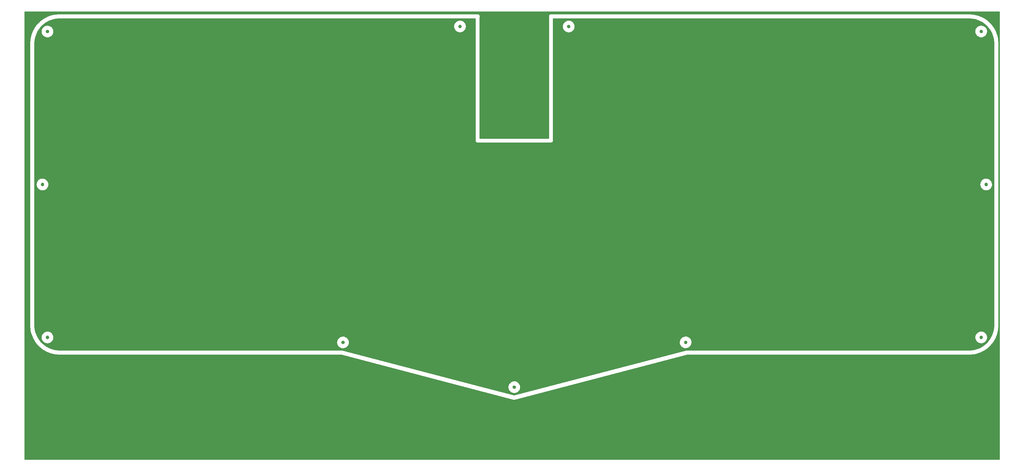
<source format=gbr>
G04 #@! TF.GenerationSoftware,KiCad,Pcbnew,(5.1.0)-1*
G04 #@! TF.CreationDate,2019-06-28T01:05:22+08:00*
G04 #@! TF.ProjectId,Kamaitachi_BottomPlate,4b616d61-6974-4616-9368-695f426f7474,rev?*
G04 #@! TF.SameCoordinates,Original*
G04 #@! TF.FileFunction,Copper,L2,Bot*
G04 #@! TF.FilePolarity,Positive*
%FSLAX46Y46*%
G04 Gerber Fmt 4.6, Leading zero omitted, Abs format (unit mm)*
G04 Created by KiCad (PCBNEW (5.1.0)-1) date 2019-06-28 01:05:22*
%MOMM*%
%LPD*%
G04 APERTURE LIST*
%ADD10C,0.254000*%
G04 APERTURE END LIST*
D10*
G36*
X297530500Y-160608050D02*
G01*
X10842670Y-160608050D01*
X10842670Y-121146743D01*
X12266094Y-121146743D01*
X12266379Y-121149636D01*
X12267105Y-121242071D01*
X12268465Y-121259355D01*
X12268193Y-121276686D01*
X12269823Y-121299718D01*
X12367329Y-122425536D01*
X12373650Y-122465444D01*
X12378711Y-122505506D01*
X12383571Y-122528079D01*
X12638734Y-123628926D01*
X12650610Y-123667528D01*
X12661270Y-123706495D01*
X12669261Y-123728158D01*
X13076989Y-124782069D01*
X13094192Y-124818627D01*
X13110230Y-124855688D01*
X13121194Y-124876009D01*
X13673351Y-125861958D01*
X13695528Y-125895719D01*
X13716634Y-125930160D01*
X13730352Y-125948734D01*
X14415922Y-126847045D01*
X14442635Y-126877345D01*
X14468383Y-126908469D01*
X14484581Y-126924924D01*
X15289886Y-127717677D01*
X15320599Y-127743908D01*
X15350477Y-127771095D01*
X15368832Y-127785103D01*
X16277802Y-128456478D01*
X16311920Y-128478130D01*
X16345316Y-128500826D01*
X16365461Y-128512108D01*
X17359960Y-129048711D01*
X17396786Y-129065339D01*
X17433050Y-129083104D01*
X17454584Y-129091436D01*
X18514770Y-129482559D01*
X18553577Y-129493834D01*
X18591976Y-129506310D01*
X18614469Y-129511524D01*
X19719188Y-129749364D01*
X19759180Y-129755055D01*
X19798970Y-129762000D01*
X19821974Y-129763993D01*
X20939134Y-129843092D01*
X20964990Y-129845639D01*
X103925000Y-129845639D01*
X154532852Y-143099449D01*
X154539972Y-143102726D01*
X154602791Y-143117765D01*
X154630220Y-143124949D01*
X154637917Y-143126175D01*
X154680776Y-143136436D01*
X154709238Y-143137536D01*
X154737372Y-143142018D01*
X154781414Y-143140327D01*
X154825449Y-143142029D01*
X154853581Y-143137555D01*
X154882047Y-143136462D01*
X154924910Y-143126212D01*
X154932605Y-143124988D01*
X154960026Y-143117814D01*
X155022860Y-143102788D01*
X155029983Y-143099512D01*
X205690723Y-129845639D01*
X288650400Y-129845639D01*
X288653282Y-129845355D01*
X288745727Y-129844629D01*
X288763011Y-129843269D01*
X288780342Y-129843541D01*
X288803374Y-129841911D01*
X289929192Y-129744405D01*
X289969100Y-129738084D01*
X290009162Y-129733023D01*
X290031735Y-129728163D01*
X291132582Y-129473000D01*
X291171187Y-129461123D01*
X291210151Y-129450464D01*
X291231814Y-129442473D01*
X292285726Y-129034745D01*
X292322277Y-129017545D01*
X292359346Y-129001504D01*
X292379666Y-128990540D01*
X293365614Y-128438383D01*
X293399372Y-128416208D01*
X293433817Y-128395100D01*
X293452390Y-128381382D01*
X294350703Y-127695811D01*
X294381005Y-127669096D01*
X294412126Y-127643350D01*
X294428581Y-127627152D01*
X295221332Y-126821848D01*
X295247560Y-126791140D01*
X295274751Y-126761257D01*
X295288759Y-126742902D01*
X295960135Y-125833932D01*
X295981781Y-125799823D01*
X296004483Y-125766418D01*
X296015766Y-125746272D01*
X296552368Y-124751773D01*
X296568994Y-124714951D01*
X296586761Y-124678683D01*
X296595093Y-124657149D01*
X296986216Y-123596963D01*
X296997491Y-123558156D01*
X297009967Y-123519757D01*
X297015181Y-123497264D01*
X297253021Y-122392545D01*
X297258712Y-122352553D01*
X297265657Y-122312763D01*
X297267650Y-122289759D01*
X297346752Y-121172567D01*
X297349295Y-121146744D01*
X297349295Y-38008234D01*
X297349011Y-38005352D01*
X297348285Y-37912907D01*
X297346925Y-37895623D01*
X297347197Y-37878292D01*
X297345567Y-37855260D01*
X297248061Y-36729443D01*
X297241741Y-36689539D01*
X297236679Y-36649472D01*
X297231819Y-36626899D01*
X296976656Y-35526052D01*
X296964782Y-35487455D01*
X296954120Y-35448482D01*
X296946128Y-35426820D01*
X296538401Y-34372909D01*
X296521201Y-34336358D01*
X296505160Y-34299289D01*
X296494196Y-34278969D01*
X295942039Y-33293020D01*
X295919864Y-33259262D01*
X295898756Y-33224817D01*
X295885038Y-33206244D01*
X295199468Y-32307932D01*
X295172744Y-32277619D01*
X295147008Y-32246510D01*
X295130810Y-32230055D01*
X294325504Y-31437301D01*
X294294775Y-31411056D01*
X294264912Y-31383883D01*
X294246557Y-31369874D01*
X293337588Y-30698500D01*
X293303484Y-30676857D01*
X293270074Y-30654152D01*
X293249928Y-30642869D01*
X292255430Y-30106267D01*
X292218616Y-30089645D01*
X292182341Y-30071874D01*
X292160806Y-30063542D01*
X291100620Y-29672419D01*
X291061824Y-29661148D01*
X291023414Y-29648668D01*
X291000921Y-29643454D01*
X289896202Y-29405614D01*
X289856210Y-29399923D01*
X289816420Y-29392978D01*
X289793416Y-29390985D01*
X288676256Y-29311886D01*
X288650400Y-29309339D01*
X165578190Y-29309339D01*
X165470210Y-29319974D01*
X165331662Y-29362002D01*
X165203975Y-29430252D01*
X165092057Y-29522101D01*
X165000208Y-29634019D01*
X164931958Y-29761706D01*
X164889930Y-29900254D01*
X164875739Y-30044339D01*
X164889930Y-30188424D01*
X164931958Y-30326972D01*
X164954295Y-30368762D01*
X164954296Y-66015280D01*
X144661095Y-66015280D01*
X144661095Y-30368762D01*
X144683432Y-30326972D01*
X144725460Y-30188424D01*
X144739651Y-30044339D01*
X144725460Y-29900254D01*
X144683432Y-29761706D01*
X144615182Y-29634019D01*
X144523333Y-29522101D01*
X144411415Y-29430252D01*
X144283728Y-29362002D01*
X144145180Y-29319974D01*
X144037200Y-29309339D01*
X20964990Y-29309339D01*
X20962108Y-29309623D01*
X20869663Y-29310349D01*
X20852379Y-29311709D01*
X20835048Y-29311437D01*
X20812016Y-29313067D01*
X19686199Y-29410573D01*
X19646299Y-29416893D01*
X19606227Y-29421955D01*
X19583655Y-29426815D01*
X18482809Y-29681978D01*
X18444196Y-29693857D01*
X18405241Y-29704514D01*
X18383578Y-29712505D01*
X17329665Y-30120232D01*
X17293104Y-30137437D01*
X17256045Y-30153473D01*
X17235724Y-30164437D01*
X16249777Y-30716594D01*
X16216010Y-30738775D01*
X16181575Y-30759877D01*
X16163002Y-30773595D01*
X15264688Y-31459166D01*
X15234386Y-31485881D01*
X15203265Y-31511627D01*
X15186810Y-31527825D01*
X14394058Y-32333129D01*
X14367812Y-32363859D01*
X14340641Y-32393720D01*
X14326632Y-32412075D01*
X13655256Y-33321044D01*
X13633610Y-33355153D01*
X13610908Y-33388558D01*
X13599625Y-33408704D01*
X13063022Y-34403204D01*
X13046397Y-34440026D01*
X13028630Y-34476292D01*
X13020298Y-34497827D01*
X12629175Y-35558012D01*
X12617904Y-35596808D01*
X12605424Y-35635218D01*
X12600210Y-35657711D01*
X12362370Y-36762430D01*
X12356679Y-36802422D01*
X12349734Y-36842212D01*
X12347741Y-36865216D01*
X12268641Y-37982383D01*
X12266095Y-38008234D01*
X12266094Y-121146743D01*
X10842670Y-121146743D01*
X10842670Y-28702120D01*
X297530500Y-28702120D01*
X297530500Y-160608050D01*
X297530500Y-160608050D01*
G37*
X297530500Y-160608050D02*
X10842670Y-160608050D01*
X10842670Y-121146743D01*
X12266094Y-121146743D01*
X12266379Y-121149636D01*
X12267105Y-121242071D01*
X12268465Y-121259355D01*
X12268193Y-121276686D01*
X12269823Y-121299718D01*
X12367329Y-122425536D01*
X12373650Y-122465444D01*
X12378711Y-122505506D01*
X12383571Y-122528079D01*
X12638734Y-123628926D01*
X12650610Y-123667528D01*
X12661270Y-123706495D01*
X12669261Y-123728158D01*
X13076989Y-124782069D01*
X13094192Y-124818627D01*
X13110230Y-124855688D01*
X13121194Y-124876009D01*
X13673351Y-125861958D01*
X13695528Y-125895719D01*
X13716634Y-125930160D01*
X13730352Y-125948734D01*
X14415922Y-126847045D01*
X14442635Y-126877345D01*
X14468383Y-126908469D01*
X14484581Y-126924924D01*
X15289886Y-127717677D01*
X15320599Y-127743908D01*
X15350477Y-127771095D01*
X15368832Y-127785103D01*
X16277802Y-128456478D01*
X16311920Y-128478130D01*
X16345316Y-128500826D01*
X16365461Y-128512108D01*
X17359960Y-129048711D01*
X17396786Y-129065339D01*
X17433050Y-129083104D01*
X17454584Y-129091436D01*
X18514770Y-129482559D01*
X18553577Y-129493834D01*
X18591976Y-129506310D01*
X18614469Y-129511524D01*
X19719188Y-129749364D01*
X19759180Y-129755055D01*
X19798970Y-129762000D01*
X19821974Y-129763993D01*
X20939134Y-129843092D01*
X20964990Y-129845639D01*
X103925000Y-129845639D01*
X154532852Y-143099449D01*
X154539972Y-143102726D01*
X154602791Y-143117765D01*
X154630220Y-143124949D01*
X154637917Y-143126175D01*
X154680776Y-143136436D01*
X154709238Y-143137536D01*
X154737372Y-143142018D01*
X154781414Y-143140327D01*
X154825449Y-143142029D01*
X154853581Y-143137555D01*
X154882047Y-143136462D01*
X154924910Y-143126212D01*
X154932605Y-143124988D01*
X154960026Y-143117814D01*
X155022860Y-143102788D01*
X155029983Y-143099512D01*
X205690723Y-129845639D01*
X288650400Y-129845639D01*
X288653282Y-129845355D01*
X288745727Y-129844629D01*
X288763011Y-129843269D01*
X288780342Y-129843541D01*
X288803374Y-129841911D01*
X289929192Y-129744405D01*
X289969100Y-129738084D01*
X290009162Y-129733023D01*
X290031735Y-129728163D01*
X291132582Y-129473000D01*
X291171187Y-129461123D01*
X291210151Y-129450464D01*
X291231814Y-129442473D01*
X292285726Y-129034745D01*
X292322277Y-129017545D01*
X292359346Y-129001504D01*
X292379666Y-128990540D01*
X293365614Y-128438383D01*
X293399372Y-128416208D01*
X293433817Y-128395100D01*
X293452390Y-128381382D01*
X294350703Y-127695811D01*
X294381005Y-127669096D01*
X294412126Y-127643350D01*
X294428581Y-127627152D01*
X295221332Y-126821848D01*
X295247560Y-126791140D01*
X295274751Y-126761257D01*
X295288759Y-126742902D01*
X295960135Y-125833932D01*
X295981781Y-125799823D01*
X296004483Y-125766418D01*
X296015766Y-125746272D01*
X296552368Y-124751773D01*
X296568994Y-124714951D01*
X296586761Y-124678683D01*
X296595093Y-124657149D01*
X296986216Y-123596963D01*
X296997491Y-123558156D01*
X297009967Y-123519757D01*
X297015181Y-123497264D01*
X297253021Y-122392545D01*
X297258712Y-122352553D01*
X297265657Y-122312763D01*
X297267650Y-122289759D01*
X297346752Y-121172567D01*
X297349295Y-121146744D01*
X297349295Y-38008234D01*
X297349011Y-38005352D01*
X297348285Y-37912907D01*
X297346925Y-37895623D01*
X297347197Y-37878292D01*
X297345567Y-37855260D01*
X297248061Y-36729443D01*
X297241741Y-36689539D01*
X297236679Y-36649472D01*
X297231819Y-36626899D01*
X296976656Y-35526052D01*
X296964782Y-35487455D01*
X296954120Y-35448482D01*
X296946128Y-35426820D01*
X296538401Y-34372909D01*
X296521201Y-34336358D01*
X296505160Y-34299289D01*
X296494196Y-34278969D01*
X295942039Y-33293020D01*
X295919864Y-33259262D01*
X295898756Y-33224817D01*
X295885038Y-33206244D01*
X295199468Y-32307932D01*
X295172744Y-32277619D01*
X295147008Y-32246510D01*
X295130810Y-32230055D01*
X294325504Y-31437301D01*
X294294775Y-31411056D01*
X294264912Y-31383883D01*
X294246557Y-31369874D01*
X293337588Y-30698500D01*
X293303484Y-30676857D01*
X293270074Y-30654152D01*
X293249928Y-30642869D01*
X292255430Y-30106267D01*
X292218616Y-30089645D01*
X292182341Y-30071874D01*
X292160806Y-30063542D01*
X291100620Y-29672419D01*
X291061824Y-29661148D01*
X291023414Y-29648668D01*
X291000921Y-29643454D01*
X289896202Y-29405614D01*
X289856210Y-29399923D01*
X289816420Y-29392978D01*
X289793416Y-29390985D01*
X288676256Y-29311886D01*
X288650400Y-29309339D01*
X165578190Y-29309339D01*
X165470210Y-29319974D01*
X165331662Y-29362002D01*
X165203975Y-29430252D01*
X165092057Y-29522101D01*
X165000208Y-29634019D01*
X164931958Y-29761706D01*
X164889930Y-29900254D01*
X164875739Y-30044339D01*
X164889930Y-30188424D01*
X164931958Y-30326972D01*
X164954295Y-30368762D01*
X164954296Y-66015280D01*
X144661095Y-66015280D01*
X144661095Y-30368762D01*
X144683432Y-30326972D01*
X144725460Y-30188424D01*
X144739651Y-30044339D01*
X144725460Y-29900254D01*
X144683432Y-29761706D01*
X144615182Y-29634019D01*
X144523333Y-29522101D01*
X144411415Y-29430252D01*
X144283728Y-29362002D01*
X144145180Y-29319974D01*
X144037200Y-29309339D01*
X20964990Y-29309339D01*
X20962108Y-29309623D01*
X20869663Y-29310349D01*
X20852379Y-29311709D01*
X20835048Y-29311437D01*
X20812016Y-29313067D01*
X19686199Y-29410573D01*
X19646299Y-29416893D01*
X19606227Y-29421955D01*
X19583655Y-29426815D01*
X18482809Y-29681978D01*
X18444196Y-29693857D01*
X18405241Y-29704514D01*
X18383578Y-29712505D01*
X17329665Y-30120232D01*
X17293104Y-30137437D01*
X17256045Y-30153473D01*
X17235724Y-30164437D01*
X16249777Y-30716594D01*
X16216010Y-30738775D01*
X16181575Y-30759877D01*
X16163002Y-30773595D01*
X15264688Y-31459166D01*
X15234386Y-31485881D01*
X15203265Y-31511627D01*
X15186810Y-31527825D01*
X14394058Y-32333129D01*
X14367812Y-32363859D01*
X14340641Y-32393720D01*
X14326632Y-32412075D01*
X13655256Y-33321044D01*
X13633610Y-33355153D01*
X13610908Y-33388558D01*
X13599625Y-33408704D01*
X13063022Y-34403204D01*
X13046397Y-34440026D01*
X13028630Y-34476292D01*
X13020298Y-34497827D01*
X12629175Y-35558012D01*
X12617904Y-35596808D01*
X12605424Y-35635218D01*
X12600210Y-35657711D01*
X12362370Y-36762430D01*
X12356679Y-36802422D01*
X12349734Y-36842212D01*
X12347741Y-36865216D01*
X12268641Y-37982383D01*
X12266095Y-38008234D01*
X12266094Y-121146743D01*
X10842670Y-121146743D01*
X10842670Y-28702120D01*
X297530500Y-28702120D01*
X297530500Y-160608050D01*
G36*
X143341096Y-66642851D02*
G01*
X143337902Y-66675280D01*
X143350645Y-66804663D01*
X143388385Y-66929073D01*
X143449670Y-67043730D01*
X143532147Y-67144228D01*
X143632645Y-67226705D01*
X143747302Y-67287990D01*
X143871712Y-67325730D01*
X143968676Y-67335280D01*
X144001095Y-67338473D01*
X144033514Y-67335280D01*
X165581876Y-67335280D01*
X165614295Y-67338473D01*
X165646714Y-67335280D01*
X165743678Y-67325730D01*
X165868088Y-67287990D01*
X165982745Y-67226705D01*
X166083243Y-67144228D01*
X166165720Y-67043730D01*
X166227005Y-66929073D01*
X166264745Y-66804663D01*
X166277488Y-66675280D01*
X166274295Y-66642861D01*
X166274295Y-33070239D01*
X168940976Y-33070239D01*
X168981331Y-33430015D01*
X169090799Y-33775101D01*
X169265209Y-34092353D01*
X169497920Y-34369686D01*
X169780065Y-34596537D01*
X170100900Y-34764265D01*
X170448203Y-34866482D01*
X170808745Y-34899294D01*
X171168795Y-34861451D01*
X171514636Y-34754395D01*
X171833098Y-34582204D01*
X171890514Y-34534705D01*
X290295009Y-34534705D01*
X290335364Y-34894481D01*
X290444832Y-35239567D01*
X290619242Y-35556819D01*
X290851953Y-35834152D01*
X291134098Y-36061003D01*
X291454933Y-36228731D01*
X291802236Y-36330948D01*
X292162778Y-36363760D01*
X292522828Y-36325917D01*
X292868669Y-36218861D01*
X293187131Y-36046670D01*
X293466082Y-35815901D01*
X293694897Y-35535346D01*
X293864861Y-35215691D01*
X293969500Y-34869110D01*
X294004828Y-34508805D01*
X294004105Y-34457010D01*
X293958730Y-34097833D01*
X293844455Y-33754309D01*
X293665632Y-33439523D01*
X293429072Y-33165466D01*
X293143787Y-32942577D01*
X292820642Y-32779344D01*
X292471945Y-32681987D01*
X292110980Y-32654212D01*
X291751494Y-32697078D01*
X291407181Y-32808952D01*
X291091154Y-32985573D01*
X290815453Y-33220214D01*
X290590577Y-33503936D01*
X290425093Y-33825934D01*
X290325303Y-34173942D01*
X290295009Y-34534705D01*
X171890514Y-34534705D01*
X172112049Y-34351435D01*
X172340864Y-34070880D01*
X172510828Y-33751225D01*
X172615467Y-33404644D01*
X172650795Y-33044339D01*
X172650072Y-32992544D01*
X172604697Y-32633367D01*
X172490422Y-32289843D01*
X172311599Y-31975057D01*
X172075039Y-31701000D01*
X171789754Y-31478111D01*
X171466609Y-31314878D01*
X171117912Y-31217521D01*
X170756947Y-31189746D01*
X170397461Y-31232612D01*
X170053148Y-31344486D01*
X169737121Y-31521107D01*
X169461420Y-31755748D01*
X169236544Y-32039470D01*
X169071060Y-32361468D01*
X168971270Y-32709476D01*
X168940976Y-33070239D01*
X166274295Y-33070239D01*
X166274295Y-30779339D01*
X288588301Y-30779339D01*
X289637686Y-30853640D01*
X290640651Y-31069573D01*
X291603193Y-31424673D01*
X292506090Y-31911850D01*
X293331339Y-32521388D01*
X294062472Y-33241125D01*
X294684896Y-34056695D01*
X295186197Y-34951835D01*
X295556374Y-35908682D01*
X295788033Y-36908126D01*
X295878558Y-37953338D01*
X295879295Y-38047184D01*
X295879296Y-121084644D01*
X295804995Y-122134029D01*
X295589062Y-123136994D01*
X295233963Y-124099534D01*
X294746783Y-125002436D01*
X294137246Y-125827683D01*
X293417508Y-126558817D01*
X292601938Y-127181240D01*
X291706800Y-127682541D01*
X290749952Y-128052718D01*
X289750508Y-128284377D01*
X288705297Y-128374902D01*
X288611450Y-128375639D01*
X205610344Y-128375639D01*
X205552221Y-128373392D01*
X205502350Y-128381323D01*
X205452081Y-128386274D01*
X205396397Y-128403166D01*
X154781604Y-141645020D01*
X145940529Y-139329610D01*
X152927081Y-139329610D01*
X152967436Y-139689386D01*
X153076904Y-140034472D01*
X153251314Y-140351724D01*
X153484025Y-140629057D01*
X153766170Y-140855908D01*
X154087005Y-141023636D01*
X154434308Y-141125853D01*
X154794850Y-141158665D01*
X155154900Y-141120822D01*
X155500741Y-141013766D01*
X155819203Y-140841575D01*
X156098154Y-140610806D01*
X156326969Y-140330251D01*
X156496933Y-140010596D01*
X156601572Y-139664015D01*
X156636900Y-139303710D01*
X156636177Y-139251915D01*
X156590802Y-138892738D01*
X156476527Y-138549214D01*
X156297704Y-138234428D01*
X156061144Y-137960371D01*
X155775859Y-137737482D01*
X155452714Y-137574249D01*
X155104017Y-137476892D01*
X154743052Y-137449117D01*
X154383566Y-137491983D01*
X154039253Y-137603857D01*
X153723226Y-137780478D01*
X153447525Y-138015119D01*
X153222649Y-138298841D01*
X153057165Y-138620839D01*
X152957375Y-138968847D01*
X152927081Y-139329610D01*
X145940529Y-139329610D01*
X104219526Y-128403199D01*
X104163731Y-128386274D01*
X104113551Y-128381332D01*
X104063778Y-128373403D01*
X104005554Y-128375639D01*
X21027089Y-128375639D01*
X19977704Y-128301338D01*
X18974739Y-128085405D01*
X18012199Y-127730306D01*
X17109301Y-127243129D01*
X16284051Y-126633590D01*
X15552919Y-125913853D01*
X14930492Y-125098279D01*
X14691806Y-124672072D01*
X15610742Y-124672072D01*
X15651097Y-125031848D01*
X15760565Y-125376934D01*
X15934975Y-125694186D01*
X16167686Y-125971519D01*
X16449831Y-126198370D01*
X16770666Y-126366098D01*
X17117969Y-126468315D01*
X17478511Y-126501127D01*
X17838561Y-126463284D01*
X18184402Y-126356228D01*
X18502864Y-126184037D01*
X18560279Y-126136539D01*
X102551151Y-126136539D01*
X102591506Y-126496315D01*
X102700974Y-126841401D01*
X102875384Y-127158653D01*
X103108095Y-127435986D01*
X103390240Y-127662837D01*
X103711075Y-127830565D01*
X104058378Y-127932782D01*
X104418920Y-127965594D01*
X104778970Y-127927751D01*
X105124811Y-127820695D01*
X105443273Y-127648504D01*
X105722224Y-127417735D01*
X105951039Y-127137180D01*
X106121003Y-126817525D01*
X106225642Y-126470944D01*
X106258430Y-126136539D01*
X203355411Y-126136539D01*
X203395766Y-126496315D01*
X203505234Y-126841401D01*
X203679644Y-127158653D01*
X203912355Y-127435986D01*
X204194500Y-127662837D01*
X204515335Y-127830565D01*
X204862638Y-127932782D01*
X205223180Y-127965594D01*
X205583230Y-127927751D01*
X205929071Y-127820695D01*
X206247533Y-127648504D01*
X206526484Y-127417735D01*
X206755299Y-127137180D01*
X206925263Y-126817525D01*
X207029902Y-126470944D01*
X207065230Y-126110639D01*
X207064507Y-126058844D01*
X207019132Y-125699667D01*
X206904857Y-125356143D01*
X206726034Y-125041357D01*
X206489474Y-124767300D01*
X206367588Y-124672072D01*
X290295009Y-124672072D01*
X290335364Y-125031848D01*
X290444832Y-125376934D01*
X290619242Y-125694186D01*
X290851953Y-125971519D01*
X291134098Y-126198370D01*
X291454933Y-126366098D01*
X291802236Y-126468315D01*
X292162778Y-126501127D01*
X292522828Y-126463284D01*
X292868669Y-126356228D01*
X293187131Y-126184037D01*
X293466082Y-125953268D01*
X293694897Y-125672713D01*
X293864861Y-125353058D01*
X293969500Y-125006477D01*
X294004828Y-124646172D01*
X294004105Y-124594377D01*
X293958730Y-124235200D01*
X293844455Y-123891676D01*
X293665632Y-123576890D01*
X293429072Y-123302833D01*
X293143787Y-123079944D01*
X292820642Y-122916711D01*
X292471945Y-122819354D01*
X292110980Y-122791579D01*
X291751494Y-122834445D01*
X291407181Y-122946319D01*
X291091154Y-123122940D01*
X290815453Y-123357581D01*
X290590577Y-123641303D01*
X290425093Y-123963301D01*
X290325303Y-124311309D01*
X290295009Y-124672072D01*
X206367588Y-124672072D01*
X206204189Y-124544411D01*
X205881044Y-124381178D01*
X205532347Y-124283821D01*
X205171382Y-124256046D01*
X204811896Y-124298912D01*
X204467583Y-124410786D01*
X204151556Y-124587407D01*
X203875855Y-124822048D01*
X203650979Y-125105770D01*
X203485495Y-125427768D01*
X203385705Y-125775776D01*
X203355411Y-126136539D01*
X106258430Y-126136539D01*
X106260970Y-126110639D01*
X106260247Y-126058844D01*
X106214872Y-125699667D01*
X106100597Y-125356143D01*
X105921774Y-125041357D01*
X105685214Y-124767300D01*
X105399929Y-124544411D01*
X105076784Y-124381178D01*
X104728087Y-124283821D01*
X104367122Y-124256046D01*
X104007636Y-124298912D01*
X103663323Y-124410786D01*
X103347296Y-124587407D01*
X103071595Y-124822048D01*
X102846719Y-125105770D01*
X102681235Y-125427768D01*
X102581445Y-125775776D01*
X102551151Y-126136539D01*
X18560279Y-126136539D01*
X18781815Y-125953268D01*
X19010630Y-125672713D01*
X19180594Y-125353058D01*
X19285233Y-125006477D01*
X19320561Y-124646172D01*
X19319838Y-124594377D01*
X19274463Y-124235200D01*
X19160188Y-123891676D01*
X18981365Y-123576890D01*
X18744805Y-123302833D01*
X18459520Y-123079944D01*
X18136375Y-122916711D01*
X17787678Y-122819354D01*
X17426713Y-122791579D01*
X17067227Y-122834445D01*
X16722914Y-122946319D01*
X16406887Y-123122940D01*
X16131186Y-123357581D01*
X15906310Y-123641303D01*
X15740826Y-123963301D01*
X15641036Y-124311309D01*
X15610742Y-124672072D01*
X14691806Y-124672072D01*
X14429190Y-124203138D01*
X14059016Y-123246296D01*
X13827357Y-122246852D01*
X13736832Y-121201641D01*
X13736094Y-121107667D01*
X13736094Y-79603389D01*
X14146277Y-79603389D01*
X14186632Y-79963165D01*
X14296100Y-80308251D01*
X14470510Y-80625502D01*
X14703220Y-80902835D01*
X14985366Y-81129686D01*
X15306200Y-81297414D01*
X15653503Y-81399631D01*
X16014045Y-81432443D01*
X16374094Y-81394600D01*
X16719936Y-81287544D01*
X17038397Y-81115353D01*
X17317348Y-80884585D01*
X17546163Y-80604030D01*
X17716127Y-80284374D01*
X17820766Y-79937794D01*
X17853554Y-79603389D01*
X291759476Y-79603389D01*
X291799831Y-79963165D01*
X291909299Y-80308251D01*
X292083709Y-80625503D01*
X292316420Y-80902836D01*
X292598565Y-81129687D01*
X292919400Y-81297415D01*
X293266703Y-81399632D01*
X293627245Y-81432444D01*
X293987295Y-81394601D01*
X294333136Y-81287545D01*
X294651598Y-81115354D01*
X294930549Y-80884585D01*
X295159364Y-80604030D01*
X295329328Y-80284375D01*
X295433967Y-79937794D01*
X295469295Y-79577489D01*
X295468572Y-79525694D01*
X295423197Y-79166517D01*
X295308922Y-78822993D01*
X295130099Y-78508207D01*
X294893539Y-78234150D01*
X294608254Y-78011261D01*
X294285109Y-77848028D01*
X293936412Y-77750671D01*
X293575447Y-77722896D01*
X293215961Y-77765762D01*
X292871648Y-77877636D01*
X292555621Y-78054257D01*
X292279920Y-78288898D01*
X292055044Y-78572620D01*
X291889560Y-78894618D01*
X291789770Y-79242626D01*
X291759476Y-79603389D01*
X17853554Y-79603389D01*
X17856094Y-79577489D01*
X17855371Y-79525694D01*
X17809996Y-79166517D01*
X17695721Y-78822993D01*
X17516898Y-78508208D01*
X17280339Y-78234151D01*
X16995053Y-78011262D01*
X16671908Y-77848029D01*
X16323212Y-77750672D01*
X15962247Y-77722897D01*
X15602761Y-77765763D01*
X15258448Y-77877637D01*
X14942422Y-78054258D01*
X14666720Y-78288898D01*
X14441845Y-78572621D01*
X14276361Y-78894618D01*
X14176571Y-79242626D01*
X14146277Y-79603389D01*
X13736094Y-79603389D01*
X13736094Y-38070346D01*
X13810396Y-37020946D01*
X14026329Y-36017982D01*
X14381428Y-35055442D01*
X14662402Y-34534705D01*
X15610742Y-34534705D01*
X15651097Y-34894481D01*
X15760565Y-35239567D01*
X15934975Y-35556819D01*
X16167686Y-35834152D01*
X16449831Y-36061003D01*
X16770666Y-36228731D01*
X17117969Y-36330948D01*
X17478511Y-36363760D01*
X17838561Y-36325917D01*
X18184402Y-36218861D01*
X18502864Y-36046670D01*
X18781815Y-35815901D01*
X19010630Y-35535346D01*
X19180594Y-35215691D01*
X19285233Y-34869110D01*
X19320561Y-34508805D01*
X19319838Y-34457010D01*
X19274463Y-34097833D01*
X19160188Y-33754309D01*
X18981365Y-33439523D01*
X18744805Y-33165466D01*
X18622920Y-33070239D01*
X136964877Y-33070239D01*
X137005232Y-33430015D01*
X137114700Y-33775101D01*
X137289110Y-34092353D01*
X137521821Y-34369686D01*
X137803966Y-34596537D01*
X138124801Y-34764265D01*
X138472104Y-34866482D01*
X138832646Y-34899294D01*
X139192696Y-34861451D01*
X139538537Y-34754395D01*
X139856999Y-34582204D01*
X140135950Y-34351435D01*
X140364765Y-34070880D01*
X140534729Y-33751225D01*
X140639368Y-33404644D01*
X140674696Y-33044339D01*
X140673973Y-32992544D01*
X140628598Y-32633367D01*
X140514323Y-32289843D01*
X140335500Y-31975057D01*
X140098940Y-31701000D01*
X139813655Y-31478111D01*
X139490510Y-31314878D01*
X139141813Y-31217521D01*
X138780848Y-31189746D01*
X138421362Y-31232612D01*
X138077049Y-31344486D01*
X137761022Y-31521107D01*
X137485321Y-31755748D01*
X137260445Y-32039470D01*
X137094961Y-32361468D01*
X136995171Y-32709476D01*
X136964877Y-33070239D01*
X18622920Y-33070239D01*
X18459520Y-32942577D01*
X18136375Y-32779344D01*
X17787678Y-32681987D01*
X17426713Y-32654212D01*
X17067227Y-32697078D01*
X16722914Y-32808952D01*
X16406887Y-32985573D01*
X16131186Y-33220214D01*
X15906310Y-33503936D01*
X15740826Y-33825934D01*
X15641036Y-34173942D01*
X15610742Y-34534705D01*
X14662402Y-34534705D01*
X14868606Y-34152543D01*
X15478148Y-33327291D01*
X16197877Y-32596165D01*
X17013456Y-31973735D01*
X17908591Y-31472436D01*
X18865439Y-31102260D01*
X19864882Y-30870601D01*
X20910094Y-30780076D01*
X21003940Y-30779339D01*
X143341095Y-30779339D01*
X143341096Y-66642851D01*
X143341096Y-66642851D01*
G37*
X143341096Y-66642851D02*
X143337902Y-66675280D01*
X143350645Y-66804663D01*
X143388385Y-66929073D01*
X143449670Y-67043730D01*
X143532147Y-67144228D01*
X143632645Y-67226705D01*
X143747302Y-67287990D01*
X143871712Y-67325730D01*
X143968676Y-67335280D01*
X144001095Y-67338473D01*
X144033514Y-67335280D01*
X165581876Y-67335280D01*
X165614295Y-67338473D01*
X165646714Y-67335280D01*
X165743678Y-67325730D01*
X165868088Y-67287990D01*
X165982745Y-67226705D01*
X166083243Y-67144228D01*
X166165720Y-67043730D01*
X166227005Y-66929073D01*
X166264745Y-66804663D01*
X166277488Y-66675280D01*
X166274295Y-66642861D01*
X166274295Y-33070239D01*
X168940976Y-33070239D01*
X168981331Y-33430015D01*
X169090799Y-33775101D01*
X169265209Y-34092353D01*
X169497920Y-34369686D01*
X169780065Y-34596537D01*
X170100900Y-34764265D01*
X170448203Y-34866482D01*
X170808745Y-34899294D01*
X171168795Y-34861451D01*
X171514636Y-34754395D01*
X171833098Y-34582204D01*
X171890514Y-34534705D01*
X290295009Y-34534705D01*
X290335364Y-34894481D01*
X290444832Y-35239567D01*
X290619242Y-35556819D01*
X290851953Y-35834152D01*
X291134098Y-36061003D01*
X291454933Y-36228731D01*
X291802236Y-36330948D01*
X292162778Y-36363760D01*
X292522828Y-36325917D01*
X292868669Y-36218861D01*
X293187131Y-36046670D01*
X293466082Y-35815901D01*
X293694897Y-35535346D01*
X293864861Y-35215691D01*
X293969500Y-34869110D01*
X294004828Y-34508805D01*
X294004105Y-34457010D01*
X293958730Y-34097833D01*
X293844455Y-33754309D01*
X293665632Y-33439523D01*
X293429072Y-33165466D01*
X293143787Y-32942577D01*
X292820642Y-32779344D01*
X292471945Y-32681987D01*
X292110980Y-32654212D01*
X291751494Y-32697078D01*
X291407181Y-32808952D01*
X291091154Y-32985573D01*
X290815453Y-33220214D01*
X290590577Y-33503936D01*
X290425093Y-33825934D01*
X290325303Y-34173942D01*
X290295009Y-34534705D01*
X171890514Y-34534705D01*
X172112049Y-34351435D01*
X172340864Y-34070880D01*
X172510828Y-33751225D01*
X172615467Y-33404644D01*
X172650795Y-33044339D01*
X172650072Y-32992544D01*
X172604697Y-32633367D01*
X172490422Y-32289843D01*
X172311599Y-31975057D01*
X172075039Y-31701000D01*
X171789754Y-31478111D01*
X171466609Y-31314878D01*
X171117912Y-31217521D01*
X170756947Y-31189746D01*
X170397461Y-31232612D01*
X170053148Y-31344486D01*
X169737121Y-31521107D01*
X169461420Y-31755748D01*
X169236544Y-32039470D01*
X169071060Y-32361468D01*
X168971270Y-32709476D01*
X168940976Y-33070239D01*
X166274295Y-33070239D01*
X166274295Y-30779339D01*
X288588301Y-30779339D01*
X289637686Y-30853640D01*
X290640651Y-31069573D01*
X291603193Y-31424673D01*
X292506090Y-31911850D01*
X293331339Y-32521388D01*
X294062472Y-33241125D01*
X294684896Y-34056695D01*
X295186197Y-34951835D01*
X295556374Y-35908682D01*
X295788033Y-36908126D01*
X295878558Y-37953338D01*
X295879295Y-38047184D01*
X295879296Y-121084644D01*
X295804995Y-122134029D01*
X295589062Y-123136994D01*
X295233963Y-124099534D01*
X294746783Y-125002436D01*
X294137246Y-125827683D01*
X293417508Y-126558817D01*
X292601938Y-127181240D01*
X291706800Y-127682541D01*
X290749952Y-128052718D01*
X289750508Y-128284377D01*
X288705297Y-128374902D01*
X288611450Y-128375639D01*
X205610344Y-128375639D01*
X205552221Y-128373392D01*
X205502350Y-128381323D01*
X205452081Y-128386274D01*
X205396397Y-128403166D01*
X154781604Y-141645020D01*
X145940529Y-139329610D01*
X152927081Y-139329610D01*
X152967436Y-139689386D01*
X153076904Y-140034472D01*
X153251314Y-140351724D01*
X153484025Y-140629057D01*
X153766170Y-140855908D01*
X154087005Y-141023636D01*
X154434308Y-141125853D01*
X154794850Y-141158665D01*
X155154900Y-141120822D01*
X155500741Y-141013766D01*
X155819203Y-140841575D01*
X156098154Y-140610806D01*
X156326969Y-140330251D01*
X156496933Y-140010596D01*
X156601572Y-139664015D01*
X156636900Y-139303710D01*
X156636177Y-139251915D01*
X156590802Y-138892738D01*
X156476527Y-138549214D01*
X156297704Y-138234428D01*
X156061144Y-137960371D01*
X155775859Y-137737482D01*
X155452714Y-137574249D01*
X155104017Y-137476892D01*
X154743052Y-137449117D01*
X154383566Y-137491983D01*
X154039253Y-137603857D01*
X153723226Y-137780478D01*
X153447525Y-138015119D01*
X153222649Y-138298841D01*
X153057165Y-138620839D01*
X152957375Y-138968847D01*
X152927081Y-139329610D01*
X145940529Y-139329610D01*
X104219526Y-128403199D01*
X104163731Y-128386274D01*
X104113551Y-128381332D01*
X104063778Y-128373403D01*
X104005554Y-128375639D01*
X21027089Y-128375639D01*
X19977704Y-128301338D01*
X18974739Y-128085405D01*
X18012199Y-127730306D01*
X17109301Y-127243129D01*
X16284051Y-126633590D01*
X15552919Y-125913853D01*
X14930492Y-125098279D01*
X14691806Y-124672072D01*
X15610742Y-124672072D01*
X15651097Y-125031848D01*
X15760565Y-125376934D01*
X15934975Y-125694186D01*
X16167686Y-125971519D01*
X16449831Y-126198370D01*
X16770666Y-126366098D01*
X17117969Y-126468315D01*
X17478511Y-126501127D01*
X17838561Y-126463284D01*
X18184402Y-126356228D01*
X18502864Y-126184037D01*
X18560279Y-126136539D01*
X102551151Y-126136539D01*
X102591506Y-126496315D01*
X102700974Y-126841401D01*
X102875384Y-127158653D01*
X103108095Y-127435986D01*
X103390240Y-127662837D01*
X103711075Y-127830565D01*
X104058378Y-127932782D01*
X104418920Y-127965594D01*
X104778970Y-127927751D01*
X105124811Y-127820695D01*
X105443273Y-127648504D01*
X105722224Y-127417735D01*
X105951039Y-127137180D01*
X106121003Y-126817525D01*
X106225642Y-126470944D01*
X106258430Y-126136539D01*
X203355411Y-126136539D01*
X203395766Y-126496315D01*
X203505234Y-126841401D01*
X203679644Y-127158653D01*
X203912355Y-127435986D01*
X204194500Y-127662837D01*
X204515335Y-127830565D01*
X204862638Y-127932782D01*
X205223180Y-127965594D01*
X205583230Y-127927751D01*
X205929071Y-127820695D01*
X206247533Y-127648504D01*
X206526484Y-127417735D01*
X206755299Y-127137180D01*
X206925263Y-126817525D01*
X207029902Y-126470944D01*
X207065230Y-126110639D01*
X207064507Y-126058844D01*
X207019132Y-125699667D01*
X206904857Y-125356143D01*
X206726034Y-125041357D01*
X206489474Y-124767300D01*
X206367588Y-124672072D01*
X290295009Y-124672072D01*
X290335364Y-125031848D01*
X290444832Y-125376934D01*
X290619242Y-125694186D01*
X290851953Y-125971519D01*
X291134098Y-126198370D01*
X291454933Y-126366098D01*
X291802236Y-126468315D01*
X292162778Y-126501127D01*
X292522828Y-126463284D01*
X292868669Y-126356228D01*
X293187131Y-126184037D01*
X293466082Y-125953268D01*
X293694897Y-125672713D01*
X293864861Y-125353058D01*
X293969500Y-125006477D01*
X294004828Y-124646172D01*
X294004105Y-124594377D01*
X293958730Y-124235200D01*
X293844455Y-123891676D01*
X293665632Y-123576890D01*
X293429072Y-123302833D01*
X293143787Y-123079944D01*
X292820642Y-122916711D01*
X292471945Y-122819354D01*
X292110980Y-122791579D01*
X291751494Y-122834445D01*
X291407181Y-122946319D01*
X291091154Y-123122940D01*
X290815453Y-123357581D01*
X290590577Y-123641303D01*
X290425093Y-123963301D01*
X290325303Y-124311309D01*
X290295009Y-124672072D01*
X206367588Y-124672072D01*
X206204189Y-124544411D01*
X205881044Y-124381178D01*
X205532347Y-124283821D01*
X205171382Y-124256046D01*
X204811896Y-124298912D01*
X204467583Y-124410786D01*
X204151556Y-124587407D01*
X203875855Y-124822048D01*
X203650979Y-125105770D01*
X203485495Y-125427768D01*
X203385705Y-125775776D01*
X203355411Y-126136539D01*
X106258430Y-126136539D01*
X106260970Y-126110639D01*
X106260247Y-126058844D01*
X106214872Y-125699667D01*
X106100597Y-125356143D01*
X105921774Y-125041357D01*
X105685214Y-124767300D01*
X105399929Y-124544411D01*
X105076784Y-124381178D01*
X104728087Y-124283821D01*
X104367122Y-124256046D01*
X104007636Y-124298912D01*
X103663323Y-124410786D01*
X103347296Y-124587407D01*
X103071595Y-124822048D01*
X102846719Y-125105770D01*
X102681235Y-125427768D01*
X102581445Y-125775776D01*
X102551151Y-126136539D01*
X18560279Y-126136539D01*
X18781815Y-125953268D01*
X19010630Y-125672713D01*
X19180594Y-125353058D01*
X19285233Y-125006477D01*
X19320561Y-124646172D01*
X19319838Y-124594377D01*
X19274463Y-124235200D01*
X19160188Y-123891676D01*
X18981365Y-123576890D01*
X18744805Y-123302833D01*
X18459520Y-123079944D01*
X18136375Y-122916711D01*
X17787678Y-122819354D01*
X17426713Y-122791579D01*
X17067227Y-122834445D01*
X16722914Y-122946319D01*
X16406887Y-123122940D01*
X16131186Y-123357581D01*
X15906310Y-123641303D01*
X15740826Y-123963301D01*
X15641036Y-124311309D01*
X15610742Y-124672072D01*
X14691806Y-124672072D01*
X14429190Y-124203138D01*
X14059016Y-123246296D01*
X13827357Y-122246852D01*
X13736832Y-121201641D01*
X13736094Y-121107667D01*
X13736094Y-79603389D01*
X14146277Y-79603389D01*
X14186632Y-79963165D01*
X14296100Y-80308251D01*
X14470510Y-80625502D01*
X14703220Y-80902835D01*
X14985366Y-81129686D01*
X15306200Y-81297414D01*
X15653503Y-81399631D01*
X16014045Y-81432443D01*
X16374094Y-81394600D01*
X16719936Y-81287544D01*
X17038397Y-81115353D01*
X17317348Y-80884585D01*
X17546163Y-80604030D01*
X17716127Y-80284374D01*
X17820766Y-79937794D01*
X17853554Y-79603389D01*
X291759476Y-79603389D01*
X291799831Y-79963165D01*
X291909299Y-80308251D01*
X292083709Y-80625503D01*
X292316420Y-80902836D01*
X292598565Y-81129687D01*
X292919400Y-81297415D01*
X293266703Y-81399632D01*
X293627245Y-81432444D01*
X293987295Y-81394601D01*
X294333136Y-81287545D01*
X294651598Y-81115354D01*
X294930549Y-80884585D01*
X295159364Y-80604030D01*
X295329328Y-80284375D01*
X295433967Y-79937794D01*
X295469295Y-79577489D01*
X295468572Y-79525694D01*
X295423197Y-79166517D01*
X295308922Y-78822993D01*
X295130099Y-78508207D01*
X294893539Y-78234150D01*
X294608254Y-78011261D01*
X294285109Y-77848028D01*
X293936412Y-77750671D01*
X293575447Y-77722896D01*
X293215961Y-77765762D01*
X292871648Y-77877636D01*
X292555621Y-78054257D01*
X292279920Y-78288898D01*
X292055044Y-78572620D01*
X291889560Y-78894618D01*
X291789770Y-79242626D01*
X291759476Y-79603389D01*
X17853554Y-79603389D01*
X17856094Y-79577489D01*
X17855371Y-79525694D01*
X17809996Y-79166517D01*
X17695721Y-78822993D01*
X17516898Y-78508208D01*
X17280339Y-78234151D01*
X16995053Y-78011262D01*
X16671908Y-77848029D01*
X16323212Y-77750672D01*
X15962247Y-77722897D01*
X15602761Y-77765763D01*
X15258448Y-77877637D01*
X14942422Y-78054258D01*
X14666720Y-78288898D01*
X14441845Y-78572621D01*
X14276361Y-78894618D01*
X14176571Y-79242626D01*
X14146277Y-79603389D01*
X13736094Y-79603389D01*
X13736094Y-38070346D01*
X13810396Y-37020946D01*
X14026329Y-36017982D01*
X14381428Y-35055442D01*
X14662402Y-34534705D01*
X15610742Y-34534705D01*
X15651097Y-34894481D01*
X15760565Y-35239567D01*
X15934975Y-35556819D01*
X16167686Y-35834152D01*
X16449831Y-36061003D01*
X16770666Y-36228731D01*
X17117969Y-36330948D01*
X17478511Y-36363760D01*
X17838561Y-36325917D01*
X18184402Y-36218861D01*
X18502864Y-36046670D01*
X18781815Y-35815901D01*
X19010630Y-35535346D01*
X19180594Y-35215691D01*
X19285233Y-34869110D01*
X19320561Y-34508805D01*
X19319838Y-34457010D01*
X19274463Y-34097833D01*
X19160188Y-33754309D01*
X18981365Y-33439523D01*
X18744805Y-33165466D01*
X18622920Y-33070239D01*
X136964877Y-33070239D01*
X137005232Y-33430015D01*
X137114700Y-33775101D01*
X137289110Y-34092353D01*
X137521821Y-34369686D01*
X137803966Y-34596537D01*
X138124801Y-34764265D01*
X138472104Y-34866482D01*
X138832646Y-34899294D01*
X139192696Y-34861451D01*
X139538537Y-34754395D01*
X139856999Y-34582204D01*
X140135950Y-34351435D01*
X140364765Y-34070880D01*
X140534729Y-33751225D01*
X140639368Y-33404644D01*
X140674696Y-33044339D01*
X140673973Y-32992544D01*
X140628598Y-32633367D01*
X140514323Y-32289843D01*
X140335500Y-31975057D01*
X140098940Y-31701000D01*
X139813655Y-31478111D01*
X139490510Y-31314878D01*
X139141813Y-31217521D01*
X138780848Y-31189746D01*
X138421362Y-31232612D01*
X138077049Y-31344486D01*
X137761022Y-31521107D01*
X137485321Y-31755748D01*
X137260445Y-32039470D01*
X137094961Y-32361468D01*
X136995171Y-32709476D01*
X136964877Y-33070239D01*
X18622920Y-33070239D01*
X18459520Y-32942577D01*
X18136375Y-32779344D01*
X17787678Y-32681987D01*
X17426713Y-32654212D01*
X17067227Y-32697078D01*
X16722914Y-32808952D01*
X16406887Y-32985573D01*
X16131186Y-33220214D01*
X15906310Y-33503936D01*
X15740826Y-33825934D01*
X15641036Y-34173942D01*
X15610742Y-34534705D01*
X14662402Y-34534705D01*
X14868606Y-34152543D01*
X15478148Y-33327291D01*
X16197877Y-32596165D01*
X17013456Y-31973735D01*
X17908591Y-31472436D01*
X18865439Y-31102260D01*
X19864882Y-30870601D01*
X20910094Y-30780076D01*
X21003940Y-30779339D01*
X143341095Y-30779339D01*
X143341096Y-66642851D01*
G36*
X154855293Y-138946165D02*
G01*
X154923343Y-138967230D01*
X154986005Y-139001111D01*
X155040893Y-139046519D01*
X155085916Y-139101722D01*
X155119359Y-139164619D01*
X155139949Y-139232814D01*
X155146900Y-139303710D01*
X155146758Y-139313901D01*
X155137830Y-139384575D01*
X155115344Y-139452169D01*
X155080158Y-139514108D01*
X155033611Y-139568033D01*
X154977477Y-139611890D01*
X154913893Y-139644008D01*
X154845282Y-139663165D01*
X154774256Y-139668630D01*
X154703522Y-139660195D01*
X154635773Y-139638182D01*
X154573590Y-139603429D01*
X154519341Y-139557260D01*
X154475093Y-139501433D01*
X154442532Y-139438075D01*
X154422896Y-139369599D01*
X154416936Y-139298614D01*
X154424876Y-139227822D01*
X154446416Y-139159921D01*
X154480734Y-139097497D01*
X154526523Y-139042927D01*
X154582039Y-138998291D01*
X154645169Y-138965288D01*
X154713506Y-138945175D01*
X154784448Y-138938719D01*
X154855293Y-138946165D01*
X154855293Y-138946165D01*
G37*
X154855293Y-138946165D02*
X154923343Y-138967230D01*
X154986005Y-139001111D01*
X155040893Y-139046519D01*
X155085916Y-139101722D01*
X155119359Y-139164619D01*
X155139949Y-139232814D01*
X155146900Y-139303710D01*
X155146758Y-139313901D01*
X155137830Y-139384575D01*
X155115344Y-139452169D01*
X155080158Y-139514108D01*
X155033611Y-139568033D01*
X154977477Y-139611890D01*
X154913893Y-139644008D01*
X154845282Y-139663165D01*
X154774256Y-139668630D01*
X154703522Y-139660195D01*
X154635773Y-139638182D01*
X154573590Y-139603429D01*
X154519341Y-139557260D01*
X154475093Y-139501433D01*
X154442532Y-139438075D01*
X154422896Y-139369599D01*
X154416936Y-139298614D01*
X154424876Y-139227822D01*
X154446416Y-139159921D01*
X154480734Y-139097497D01*
X154526523Y-139042927D01*
X154582039Y-138998291D01*
X154645169Y-138965288D01*
X154713506Y-138945175D01*
X154784448Y-138938719D01*
X154855293Y-138946165D01*
G36*
X205283623Y-125753094D02*
G01*
X205351673Y-125774159D01*
X205414335Y-125808040D01*
X205469223Y-125853448D01*
X205514246Y-125908651D01*
X205547689Y-125971548D01*
X205568279Y-126039743D01*
X205575230Y-126110639D01*
X205575088Y-126120830D01*
X205566160Y-126191504D01*
X205543674Y-126259098D01*
X205508488Y-126321037D01*
X205461941Y-126374962D01*
X205405807Y-126418819D01*
X205342223Y-126450937D01*
X205273612Y-126470094D01*
X205202586Y-126475559D01*
X205131852Y-126467124D01*
X205064103Y-126445111D01*
X205001920Y-126410358D01*
X204947671Y-126364189D01*
X204903423Y-126308362D01*
X204870862Y-126245004D01*
X204851226Y-126176528D01*
X204845266Y-126105543D01*
X204853206Y-126034751D01*
X204874746Y-125966850D01*
X204909064Y-125904426D01*
X204954853Y-125849856D01*
X205010369Y-125805220D01*
X205073499Y-125772217D01*
X205141836Y-125752104D01*
X205212778Y-125745648D01*
X205283623Y-125753094D01*
X205283623Y-125753094D01*
G37*
X205283623Y-125753094D02*
X205351673Y-125774159D01*
X205414335Y-125808040D01*
X205469223Y-125853448D01*
X205514246Y-125908651D01*
X205547689Y-125971548D01*
X205568279Y-126039743D01*
X205575230Y-126110639D01*
X205575088Y-126120830D01*
X205566160Y-126191504D01*
X205543674Y-126259098D01*
X205508488Y-126321037D01*
X205461941Y-126374962D01*
X205405807Y-126418819D01*
X205342223Y-126450937D01*
X205273612Y-126470094D01*
X205202586Y-126475559D01*
X205131852Y-126467124D01*
X205064103Y-126445111D01*
X205001920Y-126410358D01*
X204947671Y-126364189D01*
X204903423Y-126308362D01*
X204870862Y-126245004D01*
X204851226Y-126176528D01*
X204845266Y-126105543D01*
X204853206Y-126034751D01*
X204874746Y-125966850D01*
X204909064Y-125904426D01*
X204954853Y-125849856D01*
X205010369Y-125805220D01*
X205073499Y-125772217D01*
X205141836Y-125752104D01*
X205212778Y-125745648D01*
X205283623Y-125753094D01*
G36*
X104479363Y-125753094D02*
G01*
X104547413Y-125774159D01*
X104610075Y-125808040D01*
X104664963Y-125853448D01*
X104709986Y-125908651D01*
X104743429Y-125971548D01*
X104764019Y-126039743D01*
X104770970Y-126110639D01*
X104770828Y-126120830D01*
X104761900Y-126191504D01*
X104739414Y-126259098D01*
X104704228Y-126321037D01*
X104657681Y-126374962D01*
X104601547Y-126418819D01*
X104537963Y-126450937D01*
X104469352Y-126470094D01*
X104398326Y-126475559D01*
X104327592Y-126467124D01*
X104259843Y-126445111D01*
X104197660Y-126410358D01*
X104143411Y-126364189D01*
X104099163Y-126308362D01*
X104066602Y-126245004D01*
X104046966Y-126176528D01*
X104041006Y-126105543D01*
X104048946Y-126034751D01*
X104070486Y-125966850D01*
X104104804Y-125904426D01*
X104150593Y-125849856D01*
X104206109Y-125805220D01*
X104269239Y-125772217D01*
X104337576Y-125752104D01*
X104408518Y-125745648D01*
X104479363Y-125753094D01*
X104479363Y-125753094D01*
G37*
X104479363Y-125753094D02*
X104547413Y-125774159D01*
X104610075Y-125808040D01*
X104664963Y-125853448D01*
X104709986Y-125908651D01*
X104743429Y-125971548D01*
X104764019Y-126039743D01*
X104770970Y-126110639D01*
X104770828Y-126120830D01*
X104761900Y-126191504D01*
X104739414Y-126259098D01*
X104704228Y-126321037D01*
X104657681Y-126374962D01*
X104601547Y-126418819D01*
X104537963Y-126450937D01*
X104469352Y-126470094D01*
X104398326Y-126475559D01*
X104327592Y-126467124D01*
X104259843Y-126445111D01*
X104197660Y-126410358D01*
X104143411Y-126364189D01*
X104099163Y-126308362D01*
X104066602Y-126245004D01*
X104046966Y-126176528D01*
X104041006Y-126105543D01*
X104048946Y-126034751D01*
X104070486Y-125966850D01*
X104104804Y-125904426D01*
X104150593Y-125849856D01*
X104206109Y-125805220D01*
X104269239Y-125772217D01*
X104337576Y-125752104D01*
X104408518Y-125745648D01*
X104479363Y-125753094D01*
G36*
X17538954Y-124288627D02*
G01*
X17607004Y-124309692D01*
X17669666Y-124343573D01*
X17724554Y-124388981D01*
X17769577Y-124444184D01*
X17803020Y-124507081D01*
X17823610Y-124575276D01*
X17830561Y-124646172D01*
X17830419Y-124656363D01*
X17821491Y-124727037D01*
X17799005Y-124794631D01*
X17763819Y-124856570D01*
X17717272Y-124910495D01*
X17661138Y-124954352D01*
X17597554Y-124986470D01*
X17528943Y-125005627D01*
X17457917Y-125011092D01*
X17387183Y-125002657D01*
X17319434Y-124980644D01*
X17257251Y-124945891D01*
X17203002Y-124899722D01*
X17158754Y-124843895D01*
X17126193Y-124780537D01*
X17106557Y-124712061D01*
X17100597Y-124641076D01*
X17108537Y-124570284D01*
X17130077Y-124502383D01*
X17164395Y-124439959D01*
X17210184Y-124385389D01*
X17265700Y-124340753D01*
X17328830Y-124307750D01*
X17397167Y-124287637D01*
X17468109Y-124281181D01*
X17538954Y-124288627D01*
X17538954Y-124288627D01*
G37*
X17538954Y-124288627D02*
X17607004Y-124309692D01*
X17669666Y-124343573D01*
X17724554Y-124388981D01*
X17769577Y-124444184D01*
X17803020Y-124507081D01*
X17823610Y-124575276D01*
X17830561Y-124646172D01*
X17830419Y-124656363D01*
X17821491Y-124727037D01*
X17799005Y-124794631D01*
X17763819Y-124856570D01*
X17717272Y-124910495D01*
X17661138Y-124954352D01*
X17597554Y-124986470D01*
X17528943Y-125005627D01*
X17457917Y-125011092D01*
X17387183Y-125002657D01*
X17319434Y-124980644D01*
X17257251Y-124945891D01*
X17203002Y-124899722D01*
X17158754Y-124843895D01*
X17126193Y-124780537D01*
X17106557Y-124712061D01*
X17100597Y-124641076D01*
X17108537Y-124570284D01*
X17130077Y-124502383D01*
X17164395Y-124439959D01*
X17210184Y-124385389D01*
X17265700Y-124340753D01*
X17328830Y-124307750D01*
X17397167Y-124287637D01*
X17468109Y-124281181D01*
X17538954Y-124288627D01*
G36*
X292223221Y-124288627D02*
G01*
X292291271Y-124309692D01*
X292353933Y-124343573D01*
X292408821Y-124388981D01*
X292453844Y-124444184D01*
X292487287Y-124507081D01*
X292507877Y-124575276D01*
X292514828Y-124646172D01*
X292514686Y-124656363D01*
X292505758Y-124727037D01*
X292483272Y-124794631D01*
X292448086Y-124856570D01*
X292401539Y-124910495D01*
X292345405Y-124954352D01*
X292281821Y-124986470D01*
X292213210Y-125005627D01*
X292142184Y-125011092D01*
X292071450Y-125002657D01*
X292003701Y-124980644D01*
X291941518Y-124945891D01*
X291887269Y-124899722D01*
X291843021Y-124843895D01*
X291810460Y-124780537D01*
X291790824Y-124712061D01*
X291784864Y-124641076D01*
X291792804Y-124570284D01*
X291814344Y-124502383D01*
X291848662Y-124439959D01*
X291894451Y-124385389D01*
X291949967Y-124340753D01*
X292013097Y-124307750D01*
X292081434Y-124287637D01*
X292152376Y-124281181D01*
X292223221Y-124288627D01*
X292223221Y-124288627D01*
G37*
X292223221Y-124288627D02*
X292291271Y-124309692D01*
X292353933Y-124343573D01*
X292408821Y-124388981D01*
X292453844Y-124444184D01*
X292487287Y-124507081D01*
X292507877Y-124575276D01*
X292514828Y-124646172D01*
X292514686Y-124656363D01*
X292505758Y-124727037D01*
X292483272Y-124794631D01*
X292448086Y-124856570D01*
X292401539Y-124910495D01*
X292345405Y-124954352D01*
X292281821Y-124986470D01*
X292213210Y-125005627D01*
X292142184Y-125011092D01*
X292071450Y-125002657D01*
X292003701Y-124980644D01*
X291941518Y-124945891D01*
X291887269Y-124899722D01*
X291843021Y-124843895D01*
X291810460Y-124780537D01*
X291790824Y-124712061D01*
X291784864Y-124641076D01*
X291792804Y-124570284D01*
X291814344Y-124502383D01*
X291848662Y-124439959D01*
X291894451Y-124385389D01*
X291949967Y-124340753D01*
X292013097Y-124307750D01*
X292081434Y-124287637D01*
X292152376Y-124281181D01*
X292223221Y-124288627D01*
G36*
X293687688Y-79219944D02*
G01*
X293755738Y-79241009D01*
X293818400Y-79274890D01*
X293873288Y-79320298D01*
X293918311Y-79375501D01*
X293951754Y-79438398D01*
X293972344Y-79506593D01*
X293979295Y-79577489D01*
X293979153Y-79587680D01*
X293970225Y-79658354D01*
X293947739Y-79725948D01*
X293912553Y-79787887D01*
X293866006Y-79841812D01*
X293809872Y-79885669D01*
X293746288Y-79917787D01*
X293677677Y-79936944D01*
X293606651Y-79942409D01*
X293535917Y-79933974D01*
X293468168Y-79911961D01*
X293405985Y-79877208D01*
X293351736Y-79831039D01*
X293307488Y-79775212D01*
X293274927Y-79711854D01*
X293255291Y-79643378D01*
X293249331Y-79572393D01*
X293257271Y-79501601D01*
X293278811Y-79433700D01*
X293313129Y-79371276D01*
X293358918Y-79316706D01*
X293414434Y-79272070D01*
X293477564Y-79239067D01*
X293545901Y-79218954D01*
X293616843Y-79212498D01*
X293687688Y-79219944D01*
X293687688Y-79219944D01*
G37*
X293687688Y-79219944D02*
X293755738Y-79241009D01*
X293818400Y-79274890D01*
X293873288Y-79320298D01*
X293918311Y-79375501D01*
X293951754Y-79438398D01*
X293972344Y-79506593D01*
X293979295Y-79577489D01*
X293979153Y-79587680D01*
X293970225Y-79658354D01*
X293947739Y-79725948D01*
X293912553Y-79787887D01*
X293866006Y-79841812D01*
X293809872Y-79885669D01*
X293746288Y-79917787D01*
X293677677Y-79936944D01*
X293606651Y-79942409D01*
X293535917Y-79933974D01*
X293468168Y-79911961D01*
X293405985Y-79877208D01*
X293351736Y-79831039D01*
X293307488Y-79775212D01*
X293274927Y-79711854D01*
X293255291Y-79643378D01*
X293249331Y-79572393D01*
X293257271Y-79501601D01*
X293278811Y-79433700D01*
X293313129Y-79371276D01*
X293358918Y-79316706D01*
X293414434Y-79272070D01*
X293477564Y-79239067D01*
X293545901Y-79218954D01*
X293616843Y-79212498D01*
X293687688Y-79219944D01*
G36*
X16074488Y-79219945D02*
G01*
X16142538Y-79241010D01*
X16205200Y-79274891D01*
X16260088Y-79320298D01*
X16305110Y-79375502D01*
X16338553Y-79438399D01*
X16359143Y-79506594D01*
X16366094Y-79577489D01*
X16365952Y-79587680D01*
X16357024Y-79658354D01*
X16334538Y-79725947D01*
X16299352Y-79787886D01*
X16252805Y-79841811D01*
X16196671Y-79885668D01*
X16133088Y-79917786D01*
X16064476Y-79936943D01*
X15993451Y-79942408D01*
X15922717Y-79933973D01*
X15854968Y-79911960D01*
X15792785Y-79877208D01*
X15738537Y-79831039D01*
X15694289Y-79775212D01*
X15661728Y-79711854D01*
X15642092Y-79643378D01*
X15636132Y-79572393D01*
X15644072Y-79501601D01*
X15665612Y-79433701D01*
X15699929Y-79371277D01*
X15745719Y-79316707D01*
X15801235Y-79272071D01*
X15864364Y-79239068D01*
X15932701Y-79218955D01*
X16003643Y-79212499D01*
X16074488Y-79219945D01*
X16074488Y-79219945D01*
G37*
X16074488Y-79219945D02*
X16142538Y-79241010D01*
X16205200Y-79274891D01*
X16260088Y-79320298D01*
X16305110Y-79375502D01*
X16338553Y-79438399D01*
X16359143Y-79506594D01*
X16366094Y-79577489D01*
X16365952Y-79587680D01*
X16357024Y-79658354D01*
X16334538Y-79725947D01*
X16299352Y-79787886D01*
X16252805Y-79841811D01*
X16196671Y-79885668D01*
X16133088Y-79917786D01*
X16064476Y-79936943D01*
X15993451Y-79942408D01*
X15922717Y-79933973D01*
X15854968Y-79911960D01*
X15792785Y-79877208D01*
X15738537Y-79831039D01*
X15694289Y-79775212D01*
X15661728Y-79711854D01*
X15642092Y-79643378D01*
X15636132Y-79572393D01*
X15644072Y-79501601D01*
X15665612Y-79433701D01*
X15699929Y-79371277D01*
X15745719Y-79316707D01*
X15801235Y-79272071D01*
X15864364Y-79239068D01*
X15932701Y-79218955D01*
X16003643Y-79212499D01*
X16074488Y-79219945D01*
G36*
X292223221Y-34151260D02*
G01*
X292291271Y-34172325D01*
X292353933Y-34206206D01*
X292408821Y-34251614D01*
X292453844Y-34306817D01*
X292487287Y-34369714D01*
X292507877Y-34437909D01*
X292514828Y-34508805D01*
X292514686Y-34518996D01*
X292505758Y-34589670D01*
X292483272Y-34657264D01*
X292448086Y-34719203D01*
X292401539Y-34773128D01*
X292345405Y-34816985D01*
X292281821Y-34849103D01*
X292213210Y-34868260D01*
X292142184Y-34873725D01*
X292071450Y-34865290D01*
X292003701Y-34843277D01*
X291941518Y-34808524D01*
X291887269Y-34762355D01*
X291843021Y-34706528D01*
X291810460Y-34643170D01*
X291790824Y-34574694D01*
X291784864Y-34503709D01*
X291792804Y-34432917D01*
X291814344Y-34365016D01*
X291848662Y-34302592D01*
X291894451Y-34248022D01*
X291949967Y-34203386D01*
X292013097Y-34170383D01*
X292081434Y-34150270D01*
X292152376Y-34143814D01*
X292223221Y-34151260D01*
X292223221Y-34151260D01*
G37*
X292223221Y-34151260D02*
X292291271Y-34172325D01*
X292353933Y-34206206D01*
X292408821Y-34251614D01*
X292453844Y-34306817D01*
X292487287Y-34369714D01*
X292507877Y-34437909D01*
X292514828Y-34508805D01*
X292514686Y-34518996D01*
X292505758Y-34589670D01*
X292483272Y-34657264D01*
X292448086Y-34719203D01*
X292401539Y-34773128D01*
X292345405Y-34816985D01*
X292281821Y-34849103D01*
X292213210Y-34868260D01*
X292142184Y-34873725D01*
X292071450Y-34865290D01*
X292003701Y-34843277D01*
X291941518Y-34808524D01*
X291887269Y-34762355D01*
X291843021Y-34706528D01*
X291810460Y-34643170D01*
X291790824Y-34574694D01*
X291784864Y-34503709D01*
X291792804Y-34432917D01*
X291814344Y-34365016D01*
X291848662Y-34302592D01*
X291894451Y-34248022D01*
X291949967Y-34203386D01*
X292013097Y-34170383D01*
X292081434Y-34150270D01*
X292152376Y-34143814D01*
X292223221Y-34151260D01*
G36*
X17538954Y-34151260D02*
G01*
X17607004Y-34172325D01*
X17669666Y-34206206D01*
X17724554Y-34251614D01*
X17769577Y-34306817D01*
X17803020Y-34369714D01*
X17823610Y-34437909D01*
X17830561Y-34508805D01*
X17830419Y-34518996D01*
X17821491Y-34589670D01*
X17799005Y-34657264D01*
X17763819Y-34719203D01*
X17717272Y-34773128D01*
X17661138Y-34816985D01*
X17597554Y-34849103D01*
X17528943Y-34868260D01*
X17457917Y-34873725D01*
X17387183Y-34865290D01*
X17319434Y-34843277D01*
X17257251Y-34808524D01*
X17203002Y-34762355D01*
X17158754Y-34706528D01*
X17126193Y-34643170D01*
X17106557Y-34574694D01*
X17100597Y-34503709D01*
X17108537Y-34432917D01*
X17130077Y-34365016D01*
X17164395Y-34302592D01*
X17210184Y-34248022D01*
X17265700Y-34203386D01*
X17328830Y-34170383D01*
X17397167Y-34150270D01*
X17468109Y-34143814D01*
X17538954Y-34151260D01*
X17538954Y-34151260D01*
G37*
X17538954Y-34151260D02*
X17607004Y-34172325D01*
X17669666Y-34206206D01*
X17724554Y-34251614D01*
X17769577Y-34306817D01*
X17803020Y-34369714D01*
X17823610Y-34437909D01*
X17830561Y-34508805D01*
X17830419Y-34518996D01*
X17821491Y-34589670D01*
X17799005Y-34657264D01*
X17763819Y-34719203D01*
X17717272Y-34773128D01*
X17661138Y-34816985D01*
X17597554Y-34849103D01*
X17528943Y-34868260D01*
X17457917Y-34873725D01*
X17387183Y-34865290D01*
X17319434Y-34843277D01*
X17257251Y-34808524D01*
X17203002Y-34762355D01*
X17158754Y-34706528D01*
X17126193Y-34643170D01*
X17106557Y-34574694D01*
X17100597Y-34503709D01*
X17108537Y-34432917D01*
X17130077Y-34365016D01*
X17164395Y-34302592D01*
X17210184Y-34248022D01*
X17265700Y-34203386D01*
X17328830Y-34170383D01*
X17397167Y-34150270D01*
X17468109Y-34143814D01*
X17538954Y-34151260D01*
G36*
X138893089Y-32686794D02*
G01*
X138961139Y-32707859D01*
X139023801Y-32741740D01*
X139078689Y-32787148D01*
X139123712Y-32842351D01*
X139157155Y-32905248D01*
X139177745Y-32973443D01*
X139184696Y-33044339D01*
X139184554Y-33054530D01*
X139175626Y-33125204D01*
X139153140Y-33192798D01*
X139117954Y-33254737D01*
X139071407Y-33308662D01*
X139015273Y-33352519D01*
X138951689Y-33384637D01*
X138883078Y-33403794D01*
X138812052Y-33409259D01*
X138741318Y-33400824D01*
X138673569Y-33378811D01*
X138611386Y-33344058D01*
X138557137Y-33297889D01*
X138512889Y-33242062D01*
X138480328Y-33178704D01*
X138460692Y-33110228D01*
X138454732Y-33039243D01*
X138462672Y-32968451D01*
X138484212Y-32900550D01*
X138518530Y-32838126D01*
X138564319Y-32783556D01*
X138619835Y-32738920D01*
X138682965Y-32705917D01*
X138751302Y-32685804D01*
X138822244Y-32679348D01*
X138893089Y-32686794D01*
X138893089Y-32686794D01*
G37*
X138893089Y-32686794D02*
X138961139Y-32707859D01*
X139023801Y-32741740D01*
X139078689Y-32787148D01*
X139123712Y-32842351D01*
X139157155Y-32905248D01*
X139177745Y-32973443D01*
X139184696Y-33044339D01*
X139184554Y-33054530D01*
X139175626Y-33125204D01*
X139153140Y-33192798D01*
X139117954Y-33254737D01*
X139071407Y-33308662D01*
X139015273Y-33352519D01*
X138951689Y-33384637D01*
X138883078Y-33403794D01*
X138812052Y-33409259D01*
X138741318Y-33400824D01*
X138673569Y-33378811D01*
X138611386Y-33344058D01*
X138557137Y-33297889D01*
X138512889Y-33242062D01*
X138480328Y-33178704D01*
X138460692Y-33110228D01*
X138454732Y-33039243D01*
X138462672Y-32968451D01*
X138484212Y-32900550D01*
X138518530Y-32838126D01*
X138564319Y-32783556D01*
X138619835Y-32738920D01*
X138682965Y-32705917D01*
X138751302Y-32685804D01*
X138822244Y-32679348D01*
X138893089Y-32686794D01*
G36*
X170869188Y-32686794D02*
G01*
X170937238Y-32707859D01*
X170999900Y-32741740D01*
X171054788Y-32787148D01*
X171099811Y-32842351D01*
X171133254Y-32905248D01*
X171153844Y-32973443D01*
X171160795Y-33044339D01*
X171160653Y-33054530D01*
X171151725Y-33125204D01*
X171129239Y-33192798D01*
X171094053Y-33254737D01*
X171047506Y-33308662D01*
X170991372Y-33352519D01*
X170927788Y-33384637D01*
X170859177Y-33403794D01*
X170788151Y-33409259D01*
X170717417Y-33400824D01*
X170649668Y-33378811D01*
X170587485Y-33344058D01*
X170533236Y-33297889D01*
X170488988Y-33242062D01*
X170456427Y-33178704D01*
X170436791Y-33110228D01*
X170430831Y-33039243D01*
X170438771Y-32968451D01*
X170460311Y-32900550D01*
X170494629Y-32838126D01*
X170540418Y-32783556D01*
X170595934Y-32738920D01*
X170659064Y-32705917D01*
X170727401Y-32685804D01*
X170798343Y-32679348D01*
X170869188Y-32686794D01*
X170869188Y-32686794D01*
G37*
X170869188Y-32686794D02*
X170937238Y-32707859D01*
X170999900Y-32741740D01*
X171054788Y-32787148D01*
X171099811Y-32842351D01*
X171133254Y-32905248D01*
X171153844Y-32973443D01*
X171160795Y-33044339D01*
X171160653Y-33054530D01*
X171151725Y-33125204D01*
X171129239Y-33192798D01*
X171094053Y-33254737D01*
X171047506Y-33308662D01*
X170991372Y-33352519D01*
X170927788Y-33384637D01*
X170859177Y-33403794D01*
X170788151Y-33409259D01*
X170717417Y-33400824D01*
X170649668Y-33378811D01*
X170587485Y-33344058D01*
X170533236Y-33297889D01*
X170488988Y-33242062D01*
X170456427Y-33178704D01*
X170436791Y-33110228D01*
X170430831Y-33039243D01*
X170438771Y-32968451D01*
X170460311Y-32900550D01*
X170494629Y-32838126D01*
X170540418Y-32783556D01*
X170595934Y-32738920D01*
X170659064Y-32705917D01*
X170727401Y-32685804D01*
X170798343Y-32679348D01*
X170869188Y-32686794D01*
M02*

</source>
